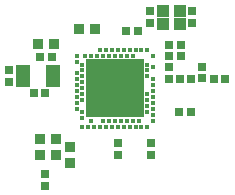
<source format=gts>
G04*
G04 #@! TF.GenerationSoftware,Altium Limited,Altium Designer,19.0.15 (446)*
G04*
G04 Layer_Color=8388736*
%FSLAX24Y24*%
%MOIN*%
G70*
G01*
G75*
%ADD24R,0.0277X0.0296*%
%ADD25R,0.0257X0.0296*%
%ADD26R,0.0434X0.0395*%
%ADD27R,0.0296X0.0257*%
%ADD28R,0.0316X0.0257*%
%ADD29R,0.0375X0.0355*%
%ADD30R,0.0355X0.0375*%
%ADD31C,0.0148*%
%ADD32R,0.1949X0.1949*%
%ADD33R,0.0454X0.0769*%
D24*
X-2335Y-3258D02*
D03*
Y-2864D02*
D03*
D25*
X1174Y2557D02*
D03*
Y2164D02*
D03*
X2574Y2164D02*
D03*
Y2557D02*
D03*
X1792Y699D02*
D03*
Y305D02*
D03*
X2916Y717D02*
D03*
Y323D02*
D03*
X1191Y-1821D02*
D03*
Y-2215D02*
D03*
X98Y-1821D02*
D03*
Y-2215D02*
D03*
X-3515Y217D02*
D03*
Y610D02*
D03*
D26*
X2160Y2134D02*
D03*
Y2587D02*
D03*
X1589D02*
D03*
Y2134D02*
D03*
D27*
X2205Y1427D02*
D03*
X1811D02*
D03*
X364Y1900D02*
D03*
X758D02*
D03*
X2205Y1073D02*
D03*
X1811D02*
D03*
X2520Y-787D02*
D03*
X2126D02*
D03*
X-2096Y1033D02*
D03*
X-2490D02*
D03*
X-2314Y-167D02*
D03*
X-2708D02*
D03*
D28*
X2539Y302D02*
D03*
X2165Y302D02*
D03*
X3667Y302D02*
D03*
X3293D02*
D03*
D29*
X-1971Y-2215D02*
D03*
Y-1683D02*
D03*
X-2503Y-2215D02*
D03*
Y-1683D02*
D03*
X-1496Y-2500D02*
D03*
Y-1969D02*
D03*
D30*
X-2549Y1467D02*
D03*
X-2018D02*
D03*
X-1191Y1959D02*
D03*
X-659D02*
D03*
D31*
X886Y1280D02*
D03*
X-492D02*
D03*
X-295D02*
D03*
X-98D02*
D03*
X98D02*
D03*
X295D02*
D03*
X492D02*
D03*
X689D02*
D03*
X1083D02*
D03*
X-1280Y1083D02*
D03*
X-984D02*
D03*
X-787D02*
D03*
X-591D02*
D03*
X-394D02*
D03*
X-197D02*
D03*
X0D02*
D03*
X197D02*
D03*
X394D02*
D03*
X591D02*
D03*
X1280D02*
D03*
X1083Y787D02*
D03*
X-1280Y886D02*
D03*
X-1083Y787D02*
D03*
X1280Y689D02*
D03*
X-1083Y591D02*
D03*
X1083D02*
D03*
X-1280Y492D02*
D03*
X-1083Y394D02*
D03*
X1083D02*
D03*
X-1280Y295D02*
D03*
X1280D02*
D03*
X-1083Y197D02*
D03*
X-1280Y98D02*
D03*
X1280D02*
D03*
X-1083Y0D02*
D03*
X-1280Y-98D02*
D03*
X1280D02*
D03*
X-1083Y-197D02*
D03*
X1083D02*
D03*
X-1280Y-295D02*
D03*
X1280D02*
D03*
X-1083Y-394D02*
D03*
X1083D02*
D03*
X-1280Y-492D02*
D03*
X1280D02*
D03*
X1083Y-591D02*
D03*
X-1280Y-689D02*
D03*
X1280D02*
D03*
X-1083Y-787D02*
D03*
X1083D02*
D03*
X1280Y-886D02*
D03*
X-1083Y-984D02*
D03*
X-787Y-1083D02*
D03*
X-394D02*
D03*
X-197D02*
D03*
X0D02*
D03*
X197D02*
D03*
X394D02*
D03*
X591D02*
D03*
X787D02*
D03*
X1280D02*
D03*
X-1083Y-1280D02*
D03*
X-886D02*
D03*
X-689D02*
D03*
X-492D02*
D03*
X-295D02*
D03*
X-98D02*
D03*
X98D02*
D03*
X295D02*
D03*
X492D02*
D03*
X689D02*
D03*
X886D02*
D03*
X1083D02*
D03*
D32*
X0Y0D02*
D03*
D33*
X-2078Y404D02*
D03*
X-3062D02*
D03*
M02*

</source>
